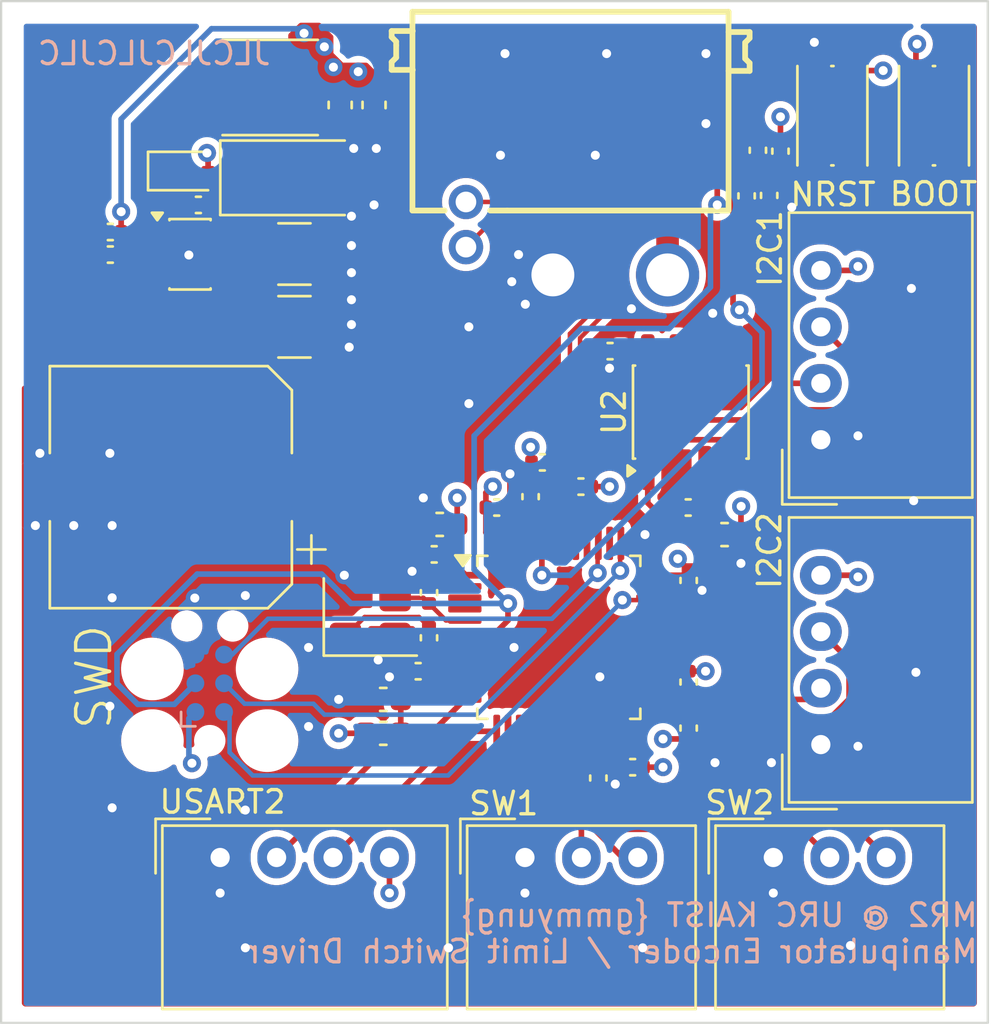
<source format=kicad_pcb>
(kicad_pcb (version 20241229) (generator "pcbnew") (generator_version "9.0")
  (layers (0 "F.Cu" signal) (4 "In1.Cu" signal) (6 "In2.Cu" signal) (2 "B.Cu" signal) (13 "F.Paste" user) (15 "B.Paste" user) (5 "F.SilkS" user "F.Silkscreen") (7 "B.SilkS" user "B.Silkscreen") (1 "F.Mask" user) (3 "B.Mask" user) (25 "Edge.Cuts" user))
  (net 0 "")
  (net 1 "VBUS")
  (net 2 "GND")
  (net 3 "+3V3")
  (net 4 "Net-(D1-K)")
  (net 5 "Net-(C20-Pad2)")
  (net 6 "VDDA")
  (net 7 "NRST")
  (net 8 "BOOT0")
  (net 9 "OSC_OUT")
  (net 10 "OSC_IN")
  (net 11 "USART2_TX")
  (net 12 "USART2_RX")
  (net 13 "I2C1_SCL")
  (net 14 "I2C1_SDA")
  (net 15 "SWCLK")
  (net 16 "SWDIO")
  (net 17 "SWO")
  (net 18 "I2C2_SCL")
  (net 19 "I2C2_SDA")
  (net 20 "SW1_NC")
  (net 21 "SW1_NO")
  (net 22 "SW2_NO")
  (net 23 "SW2_NC")
  (net 24 "Net-(C21-Pad2)")
  (net 25 "Net-(U1-V_{FB})")
  (net 26 "Net-(U2-Rs)")
  (net 37 "FDCAN1_RX")
  (net 44 "FDCAN1_TX")
  (net 49 "CAN+")
  (net 50 "CAN-")
  (net 51 "/<NO NET>")
  (footprint "Capacitor_SMD:C_0402_1005Metric" (layer "F.Cu") (at 154.43345 114.570779 -90)
    (property "Reference" "R4" (hide yes))
    (property "Value" "2k2" (hide yes))
  )
  (footprint "Capacitor_SMD:C_0402_1005Metric" (layer "F.Cu") (at 142.45345 112.050779 180)
    (property "Reference" "C6" (hide yes))
    (property "Value" "100n" (hide yes))
  )
  (footprint "Capacitor_SMD:C_0402_1005Metric" (layer "F.Cu") (at 145.93345 104.800779 180)
    (property "Reference" "C13" (hide yes))
    (property "Value" "100n" (hide yes))
  )
  (footprint "Capacitor_SMD:C_0402_1005Metric" (layer "F.Cu") (at 128.82 93.6)
    (property "Reference" "R2" (hide yes))
    (property "Value" "10k" (hide yes))
  )
  (footprint "Capacitor_SMD:C_0402_1005Metric" (layer "F.Cu") (at 154.43345 108.030779 90)
    (property "Reference" "C12" (hide yes))
    (property "Value" "100n" (hide yes))
  )
  (footprint "Capacitor_SMD:C_0402_1005Metric" (layer "F.Cu") (at 157 91 90)
    (property "Reference" "C15" (hide yes))
    (property "Value" "100n" (hide yes))
  )
  (footprint "Capacitor_SMD:C_0603_1608Metric" (layer "F.Cu") (at 140.90845 113.300779 180)
    (property "Reference" "C5" (hide yes))
    (property "Value" "1u" (hide yes))
  )
  (footprint "Crystal:Crystal_SMD_3225-4Pin_3.2x2.5mm" (layer "F.Cu") (at 140.33345 109.650779)
    (property "Reference" "Y1" (hide yes))
    (property "Value" "X322516MLB4SI" (hide yes))
  )
  (footprint "Connector_Molex:Molex_SPOX_5268-04A_1x04_P2.50mm_Horizontal" (layer "F.Cu") (at 160.28845 101.800779 90)
    (property "Reference" "J3" (hide yes))
    (property "Value" "I2C1")
  )
  (footprint "Capacitor_SMD:C_1210_3225Metric" (layer "F.Cu") (at 136.975 96.8 180)
    (property "Reference" "C3" (hide yes))
    (property "Value" "10u" (hide yes))
  )
  (footprint "Connector_Molex:Molex_SPOX_5268-04A_1x04_P2.50mm_Horizontal" (layer "F.Cu") (at 160.28845 115.300779 90)
    (property "Reference" "J4" (hide yes))
    (property "Value" "I2C2")
  )
  (footprint "Capacitor_SMD:C_0402_1005Metric" (layer "F.Cu") (at 151.95345 116.300779)
    (property "Reference" "C11" (hide yes))
    (property "Value" "100n" (hide yes))
  )
  (footprint "Capacitor_SMD:C_1210_3225Metric" (layer "F.Cu") (at 136.975 93.575 180)
    (property "Reference" "C2" (hide yes))
    (property "Value" "10u" (hide yes))
  )
  (footprint "Capacitor_SMD:C_0402_1005Metric" (layer "F.Cu") (at 143.16345 106.875779)
    (property "Reference" "C10" (hide yes))
    (property "Value" "100n" (hide yes))
  )
  (footprint "Capacitor_SMD:CP_Elec_10x12.5" (layer "F.Cu") (at 131.5 103.9 180)
    (property "Reference" "C1" (hide yes))
    (property "Value" "100u" (hide yes))
  )
  (footprint "Capacitor_SMD:C_0402_1005Metric" (layer "F.Cu") (at 149.66345 103.875779)
    (property "Reference" "R3" (hide yes))
    (property "Value" "2k2" (hide yes))
  )
  (footprint "Button_Switch_SMD:SW_Push_1P1T_NO_CK_KMR2" (layer "F.Cu") (at 160.8 87.45 90)
    (property "Reference" "SW1" (hide yes))
    (property "Value" "NRST")
  )
  (footprint "Button_Switch_SMD:SW_Push_1P1T_NO_CK_KMR2" (layer "F.Cu") (at 165.3 87.45 90)
    (property "Reference" "SW2" (hide yes))
    (property "Value" "BOOT0")
  )
  (footprint "Capacitor_SMD:C_0603_1608Metric" (layer "F.Cu") (at 140.90845 114.800779 180)
    (property "Reference" "FB1" (hide yes))
    (property "Value" "600Ω @ 100MHz" (hide yes))
  )
  (footprint "Inductor_SMD:L_Changjiang_FNR4020S" (layer "F.Cu") (at 135.9 86.2)
    (property "Reference" "L1" (hide yes))
    (property "Value" "15u" (hide yes))
  )
  (footprint "Capacitor_SMD:C_0402_1005Metric" (layer "F.Cu") (at 150.95345 97.875779 180)
    (property "Reference" "R9" (hide yes))
    (property "Value" "10k" (hide yes))
  )
  (footprint "Capacitor_SMD:C_0402_1005Metric" (layer "F.Cu") (at 158 90.98 -90)
    (property "Reference" "R8" (hide yes))
    (property "Value" "10k" (hide yes))
  )
  (footprint "Package_SO:SOIC-8_3.9x4.9mm_P1.27mm" (layer "F.Cu") (at 154.52845 100.575779 90)
    (property "Reference" "U2")
    (property "Value" "SN65HVD230" (hide yes))
  )
  (footprint "Package_TO_SOT_SMD:SOT-23-6" (layer "F.Cu") (at 132.35 93.5875)
    (property "Reference" "U1" (hide yes))
    (property "Value" "MCP16331x-xCH" (hide yes))
  )
  (footprint "Capacitor_SMD:C_0603_1608Metric" (layer "F.Cu") (at 140.5 86.975 -90)
    (property "Reference" "C7" (hide yes))
    (property "Value" "10u" (hide yes))
  )
  (footprint "Capacitor_SMD:C_0603_1608Metric" (layer "F.Cu") (at 139 86.975 -90)
    (property "Reference" "C8" (hide yes))
    (property "Value" "10u" (hide yes))
  )
  (footprint "Capacitor_SMD:C_0402_1005Metric" (layer "F.Cu") (at 158.5 89.02 90)
    (property "Reference" "R7" (hide yes))
    (property "Value" "10k" (hide yes))
  )
  (footprint "Capacitor_SMD:C_0402_1005Metric" (layer "F.Cu") (at 142.93345 108.570779 90)
    (property "Reference" "C19" (hide yes))
    (property "Value" "10p" (hide yes))
  )
  (footprint "Capacitor_SMD:C_0402_1005Metric" (layer "F.Cu") (at 147.95345 102.800779)
    (property "Reference" "R5" (hide yes))
    (property "Value" "2k2" (hide yes))
  )
  (footprint "Diode_SMD:D_SOD-323" (layer "F.Cu") (at 132.1 89.9)
    (property "Reference" "D1" (hide yes))
    (property "Value" "1N4148" (hide yes))
  )
  (footprint "Connector_Molex:Molex_SPOX_5268-03A_1x03_P2.50mm_Horizontal" (layer "F.Cu") (at 158.18345 120.300779)
    (property "Reference" "J6" (hide yes))
    (property "Value" "SW2")
  )
  (footprint "Capacitor_SMD:C_0402_1005Metric" (layer "F.Cu") (at 132.72 91.4)
    (property "Reference" "C4" (hide yes))
    (property "Value" "100n" (hide yes))
  )
  (footprint "Diode_SMD:D_SMA" (layer "F.Cu") (at 137.2 90.2)
    (property "Reference" "D2" (hide yes))
    (property "Value" "B1100" (hide yes))
  )
  (footprint "Capacitor_SMD:C_0603_1608Metric" (layer "F.Cu") (at 156.025 106)
    (property "Reference" "C16" (hide yes))
    (property "Value" "1u" (hide yes))
  )
  (footprint "Capacitor_SMD:C_0402_1005Metric" (layer "F.Cu") (at 142.93345 110.570779 -90)
    (property "Reference" "C18" (hide yes))
    (property "Value" "10p" (hide yes))
  )
  (footprint "Capacitor_SMD:C_0402_1005Metric" (layer "F.Cu") (at 157.5 88.98 -90)
    (property "Reference" "C14" (hide yes))
    (property "Value" "100n" (hide yes))
  )
  (footprint "XT30PW(2+2)-M.G.B:CONN-TH_4P-XT30PW-M" (layer "F.Cu") (at 149.035 92.885 180)
    (property "Reference" "U4" (hide yes))
    (property "Value" "XT30PW(2+2)-M.G.B" (hide yes))
  )
  (footprint "Capacitor_SMD:C_0603_1608Metric" (layer "F.Cu") (at 143.40845 105.550779)
    (property "Reference" "C9" (hide yes))
    (property "Value" "1u" (hide yes))
  )
  (footprint "Capacitor_SMD:C_0402_1005Metric" (layer "F.Cu") (at 154.43345 112.530779 -90)
    (property "Reference" "R6" (hide yes))
    (property "Value" "2k2" (hide yes))
  )
  (footprint "Package_QFP:LQFP-48_7x7mm_P0.5mm" (layer "F.Cu") (at 148.68345 110.550779)
    (property "Reference" "U3" (hide yes))
    (property "Value" "STM32H523CETx" (hide yes))
  )
  (footprint "Capacitor_SMD:C_0402_1005Metric" (layer "F.Cu") (at 150.43345 116.780779 90)
    (property "Reference" "C20" (hide yes))
    (property "Value" "2u2" (hide yes))
  )
  (footprint "Connector_Molex:Molex_SPOX_5268-03A_1x03_P2.50mm_Horizontal" (layer "F.Cu") (at 147.18345 120.300779)
    (property "Reference" "J5" (hide yes))
    (property "Value" "SW1")
  )
  (footprint "Capacitor_SMD:C_0402_1005Metric" (layer "F.Cu") (at 128.82 92.6 180)
    (property "Reference" "R1" (hide yes))
    (property "Value" "31k2" (hide yes))
  )
  (footprint "Capacitor_SMD:C_0402_1005Metric" (layer "F.Cu") (at 147.43345 104.320779 -90)
    (property "Reference" "C21" (hide yes))
    (property "Value" "2u2" (hide yes))
  )
  (footprint "Capacitor_SMD:C_0402_1005Metric" (layer "F.Cu") (at 154.41345 104.800779 180)
    (property "Reference" "C17" (hide yes))
    (property "Value" "100n" (hide yes))
  )
  (footprint "Connector_Molex:Molex_SPOX_5268-04A_1x04_P2.50mm_Horizontal" (layer "F.Cu") (at 133.68345 120.300779)
    (property "Reference" "J2" (hide yes))
    (property "Value" "USART2")
  )
  (footprint "Connector:Tag-Connect_TC2030-IDC-FP_2x03_P1.27mm_Vertical" (layer "B.Cu") (at 133.22345 112.585779 90)
    (property "Reference" "J1" (hide yes))
    (property "Value" "SWD" (hide yes))
  )
  (gr_rect (start 123.983448 82.375779) (end 167.68345 127.625779) (stroke (width 0.1)) (fill no) (layer "Edge.Cuts"))
  (gr_text "SWD" (at 128.975 114.725 90) (layer "F.SilkS") (effects (font (size 1.5 1.5)) (justify left bottom)))
  (gr_text "SW2" (at 155.075 118.460598 0) (layer "F.SilkS") (effects (font (size 1 1)) (justify left bottom)))
  (gr_text "NRST" (at 158.85 91.525 0) (layer "F.SilkS") (effects (font (size 1 1)) (justify left bottom)))
  (gr_text "I2C1" (at 158.625 95.125 90) (layer "F.SilkS") (effects (font (size 1 1)) (justify left bottom)))
  (gr_text "SW1" (at 144.621176 118.494451 0) (layer "F.SilkS") (effects (font (size 1 1)) (justify left bottom)))
  (gr_text "I2C2" (at 158.6 108.5 90) (layer "F.SilkS") (effects (font (size 1 1)) (justify left bottom)))
  (gr_text "USART2" (at 130.904176 118.422065 0) (layer "F.SilkS") (effects (font (size 1 1)) (justify left bottom)))
  (gr_text "BOOT" (at 163.25 91.5 0) (layer "F.SilkS") (effects (font (size 1 1)) (justify left bottom)))
  (gr_text "JLCJLCJLCJLC" (at 136 85.275 -0) (layer "B.SilkS") (effects (font (size 1 1)) (justify left bottom mirror)))
  (gr_text "MR2 @ URC KAIST {gmmyung}\nManipulator Encoder / Limit Switch Driver" (at 167.325 125.05 0) (layer "B.SilkS") (effects (font (size 1 1)) (justify left bottom mirror)))
  (segment (start 153.5 89.9) (end 150.3 86.7) (width 1) (layer "F.Cu") (net 1))
  (segment (start 139 103.9) (end 135.7 103.9) (width 1) (layer "F.Cu") (net 1))
  (segment (start 150.3 86.7) (end 144 86.7) (width 1) (layer "F.Cu") (net 1))
  (segment (start 144 86.7) (end 142.1 88.6) (width 1) (layer "F.Cu") (net 1))
  (segment (start 133.4875 93.5875) (end 135.4875 93.5875) (width 0.5) (layer "F.Cu") (net 1))
  (segment (start 153.5 94.5) (end 153.5 89.9) (width 1) (layer "F.Cu") (net 1))
  (segment (start 135.4875 93.5875) (end 135.5 93.575) (width 0.5) (layer "F.Cu") (net 1))
  (segment (start 142.1 100.8) (end 139 103.9) (width 1) (layer "F.Cu") (net 1))
  (segment (start 142.1 88.6) (end 142.1 100.8) (width 1) (layer "F.Cu") (net 1))
  (segment (start 156.407671 107.275) (end 156.75 107.275) (width 0.25) (layer "F.Cu") (net 2))
  (segment (start 142.68345 106.875779) (end 142.68345 105.600779) (width 0.25) (layer "F.Cu") (net 2))
  (segment (start 161.75845 101.800779) (end 161.93345 101.625779) (width 0.25) (layer "F.Cu") (net 2))
  (segment (start 139.23345 107.850779) (end 139.18345 107.800779) (width 0.5) (layer "F.Cu") (net 2))
  (segment (start 150.47345 97.875779) (end 150.47345 98.177547) (width 0.25) (layer "F.Cu") (net 2))
  (segment (start 142.72345 111.300779) (end 144.52095 111.300779) (width 0.2) (layer "F.Cu") (net 2))
  (segment (start 150.93345 115.760779) (end 150.93345 114.713279) (width 0.25) (layer "F.Cu") (net 2))
  (segment (start 154.22345 108.300779) (end 154.43345 108.510779) (width 0.25) (layer "F.Cu") (net 2))
  (segment (start 146.41345 104.800779) (end 146.41345 106.368279) (width 0.25) (layer "F.Cu") (net 2))
  (segment (start 150.97345 117.260779) (end 151.18345 117.050779) (width 0.25) (layer "F.Cu") (net 2))
  (segment (start 160 84.2) (end 160 85.4) (width 0.25) (layer "F.Cu") (net 2))
  (segment (start 142.63345 104.425779) (end 142.68345 104.375779) (width 0.25) (layer "F.Cu") (net 2))
  (segment (start 158.18345 120.300779) (end 158.18345 121.875779) (width 0.25) (layer "F.Cu") (net 2))
  (segment (start 150.43345 117.260779) (end 150.97345 117.260779) (width 0.25) (layer "F.Cu") (net 2))
  (segment (start 151.18345 116.590779) (end 151.47345 116.300779) (width 0.25) (layer "F.Cu") (net 2))
  (segment (start 142.68345 105.600779) (end 142.63345 105.550779) (width 0.25) (layer "F.Cu") (net 2))
  (segment (start 151.18345 117.050779) (end 151.18345 116.590779) (width 0.25) (layer "F.Cu") (net 2))
  (segment (start 154.840534 108.468695) (end 154.79845 108.510779) (width 0.25) (layer "F.Cu") (net 2))
  (segment (start 158.98 91.48) (end 159 91.5) (width 0.2) (layer "F.Cu") (net 2))
  (segment (start 154.79845 108.510779) (end 154.43345 108.510779) (width 0.25) (layer "F.Cu") (net 2))
  (segment (start 129.3125 93.5875) (end 129.3 93.6) (width 0.25) (layer "F.Cu") (net 2))
  (segment (start 141.97345 112.050779) (end 142.72345 111.300779) (width 0.2) (layer "F.Cu") (net 2))
  (segment (start 146.521832 104.692397) (end 146.521832 103.310311) (width 0.25) (layer "F.Cu") (net 2))
  (segment (start 146.41345 106.368279) (end 146.43345 106.388279) (width 0.25) (layer "F.Cu") (net 2))
  (segment (start 150.47345 98.177547) (end 150.928831 98.632928) (width 0.25) (layer "F.Cu") (net 2))
  (segment (start 142.64845 108.090779) (end 142.18345 107.625779) (width 0.25) (layer "F.Cu") (net 2))
  (segment (start 153.93345 103.090779) (end 153.89345 103.050779) (width 0.25) (layer "F.Cu") (net 2))
  (segment (start 141.43345 110.800779) (end 141.43345 110.500779) (width 0.5) (layer "F.Cu") (net 2))
  (segment (start 161.85845 115.300779) (end 161.93345 115.375779) (width 0.25) (layer "F.Cu") (net 2))
  (segment (start 147.18345 120.300779) (end 147.18345 121.875779) (width 0.25) (layer "F.Cu") (net 2))
  (segment (start 147.0523 103.840779) (end 146.521832 103.310311) (width 0.25) (layer "F.Cu") (net 2))
  (segment (start 151.47345 116.300779) (end 150.93345 115.760779) (width 0.25) (layer "F.Cu") (net 2))
  (segment (start 139.23345 108.800779) (end 139.23345 107.850779) (width 0.5) (layer "F.Cu") (net 2))
  (segment (start 160.28845 101.800779) (end 161.75845 101.800779) (width 0.25) (layer "F.Cu") (net 2))
  (segment (start 146.41345 104.800779) (end 146.521832 104.692397) (width 0.25) (layer "F.Cu") (net 2))
  (segment (start 157 91.48) (end 158.98 91.48) (width 0.2) (layer "F.Cu") (net 2))
  (segment (start 153.93345 104.800779) (end 156.407671 107.275) (width 0.25) (layer "F.Cu") (net 2))
  (segment (start 132.266569 93.5875) (end 132.298 93.618931) (width 0.25) (layer "F.Cu") (net 2))
  (segment (start 152.84595 108.300779) (end 154.22345 108.300779) (width 0.25) (layer "F.Cu") (net 2))
  (segment (start 141.43345 112.050779) (end 141.18345 112.300779) (width 0.2) (layer "F.Cu") (net 2))
  (segment (start 153.93345 104.800779) (end 153.93345 103.090779) (width 0.25) (layer "F.Cu") (net 2))
  (segment (start 147.43345 103.840779) (end 147.0523 103.840779) (width 0.25) (layer "F.Cu") (net 2))
  (segment (start 160 85.4) (end 160 89.5) (width 0.25) (layer "F.Cu") (net 2))
  (segment (start 142.63345 105.550779) (end 142.63345 104.425779) (width 0.25) (layer "F.Cu") (net 2))
  (segment (start 140.13345 113.300779) (end 138.93345 113.300779) (width 0.25) (layer "F.Cu") (net 2))
  (segment (start 142.93345 108.090779) (end 142.64845 108.090779) (width 0.25) (layer "F.Cu") (net 2))
  (segment (start 140.68345 111.550779) (end 141.43345 110.800779) (width 0.5) (layer "F.Cu") (net 2))
  (segment (start 131.2125 93.5875) (end 132.266569 93.5875) (width 0.25) (layer "F.Cu") (net 2))
  (segment (start 160.28845 115.300779) (end 161.85845 115.300779) (width 0.25) (layer "F.Cu") (net 2))
  (segment (start 131.2125 93.5875) (end 129.3125 93.5875) (width 0.25) (layer "F.Cu") (net 2))
  (segment (start 141.97345 112.050779) (end 141.43345 112.050779) (width 0.2) (layer "F.Cu") (net 2))
  (segment (start 133.68345 120.300779) (end 133.68345 121.875779) (width 0.25) (layer "F.Cu") (net 2))
  (segment (start 155.026366 108.468695) (end 154.840534 108.468695) (width 0.25) (layer "F.Cu") (net 2))
  (via (at 132.561058 108.811058) (size 0.8) (drill 0.4) (layers "F.Cu" "B.Cu") (net 2))
  (via (at 139.18345 107.800779) (size 0.8) (drill 0.4) (layers "F.Cu" "B.Cu") (net 2))
  (via (at 142.68345 104.375779) (size 0.8) (drill 0.4) (layers "F.Cu" "B.Cu") (net 2))
  (via (at 161.93345 115.375779) (size 0.8) (drill 0.4) (layers "F.Cu" "B.Cu") (net 2))
  (via (at 139.4 97.7) (size 0.8) (drill 0.4) (layers "F.Cu" "B.Cu") (net 2))
  (via (at 146.9 93.6) (size 0.8) (drill 0.4) (layers "F.Cu" "B.Cu") (net 2))
  (via (at 138.93345 113.300779) (size 0.8) (drill 0.4) (layers "F.Cu" "B.Cu") (net 2))
  (via (at 139.6 88.9) (size 0.8) (drill 0.4) (layers "F.Cu" "B.Cu") (net 2))
  (via (at 139.5 94.4) (size 0.8) (drill 0.4) (layers "F.Cu" "B.Cu") (net 2))
  (via (at 137.6 111) (size 0.8) (drill 0.4) (layers "F.Cu" "B.Cu") (net 2))
  (via (at 132.298 93.618931) (size 0.8) (drill 0.4) (layers "F.Cu" "B.Cu") (net 2))
  (via (at 139.5 96.7) (size 0.8) (drill 0.4) (layers "F.Cu" "B.Cu") (net 2))
  (via (at 151.9 96) (size 0.8) (drill 0.4) (layers "F.Cu" "B.Cu") (net 2))
  (via (at 160 84.2) (size 0.8) (drill 0.4) (layers "F.Cu" "B.Cu") (net 2))
  (via (at 155.6 116.1) (size 0.8) (drill 0.4) (layers "F.Cu" "B.Cu") (net 2))
  (via (at 164.4 104.5) (size 0.8) (drill 0.4) (layers "F.Cu" "B.Cu") (net 2))
  (via (at 150.5 112.3) (size 0.8) (drill 0.4) (layers "F.Cu" "B.Cu") (net 2))
  (via (at 150.928831 98.632928) (size 0.8) (drill 0.4) (layers "F.Cu" "B.Cu") (net 2))
  (via (at 140.5 91.4) (size 0.8) (drill 0.4) (layers "F.Cu" "B.Cu") (net 2))
  (via (at 146.1 89.2) (size 0.8) (drill 0.4) (layers "F.Cu" "B.Cu") (net 2))
  (via (at 127.2 105.6) (size 0.8) (drill 0.4) (layers "F.Cu" "B.Cu") (net 2))
  (via (at 155.2 87.8) (size 0.8) (drill 0.4) (layers "F.Cu" "B.Cu") (net 2))
  (via (at 144.7 100.2) (size 0.8) (drill 0.4) (layers "F.Cu" "B.Cu") (net 2))
  (via (at 125.7 102.4) (size 0.8) (drill 0.4) (layers "F.Cu" "B.Cu") (net 2))
  (via (at 147.18345 121.875779) (size 0.8) (drill 0.4) (layers "F.Cu" "B.Cu") (net 2))
  (via (at 156.75 107.275) (size 0.8) (drill 0.4) (layers "F.Cu" "B.Cu") (net 2))
  (via (at 140.68345 111.550779) (size 0.8) (drill 0.4) (layers "F.Cu" "B.Cu") (net 2))
  (via (at 133.68345 121.875779) (size 0.8) (drill 0.4) (layers "F.Cu" "B.Cu") (net 2))
  (via (at 158.1 116.1) (size 0.8) (drill 0.4) (layers "F.Cu" "B.Cu") (net 2))
  (via (at 147.2 95.8) (size 0.8) (drill 0.4) (layers "F.Cu" "B.Cu") (net 2))
  (via (at 139.5 93.2) (size 0.8) (drill 0.4) (layers "F.Cu" "B.Cu") (net 2))
  (via (at 158.18345 121.875779) (size 0.8) (drill 0.4) (layers "F.Cu" "B.Cu") (net 2))
  (via (at 144.7 96.8) (size 0.8) (drill 0.4) (layers "F.Cu" "B.Cu") (net 2))
  (via (at 125.5 105.6) (size 0.8) (drill 0.4) (layers "F.Cu" "B.Cu") (net 2))
  (via (at 128.9 105.6) (size 0.8) (drill 0.4) (layers "F.Cu" "B.Cu") (net 2))
  (via (at 161.93345 101.625779) (size 0.8) (drill 0.4) (layers "F.Cu" "B.Cu") (net 2))
  (via (at 164.3 95.1) (size 0.8) (drill 0.4) (layers "F.Cu" "B.Cu") (net 2))
  (via (at 150.3 89.2) (size 0.8) (drill 0.4) (layers "F.Cu" "B.Cu") (net 2))
  (via (at 146.6 94.8) (size 0.8) (drill 0.4) (layers "F.Cu" "B.Cu") (net 2))
  (via (at 155.2 84.7) (size 0.8) (drill 0.4) (layers "F.Cu" "B.Cu") (net 2))
  (via (at 146.7 111) (size 0.8) (drill 0.4) (layers "F.Cu" "B.Cu") (net 2))
  (via (at 152.4 124.3) (size 0.8) (drill 0.4) (layers "F.Cu" "B.Cu") (net 2))
  (via (at 146.3 84.7) (size 0.8) (drill 0.4) (layers "F.Cu" "B.Cu") (net 2))
  (via (at 143.8 124.3) (size 0.8) (drill 0.4) (layers "F.Cu" "B.Cu") (net 2))
  (via (at 151.18345 117.050779) (size 0.8) (drill 0.4) (layers "F.Cu" "B.Cu") (net 2))
  (via (at 134.8 118.2) (size 0.8) (drill 0.4) (layers "F.Cu" "B.Cu") (net 2))
  (via (at 137.6 114.5) (size 0.8) (drill 0.4) (layers "F.Cu" "B.Cu") (net 2))
  (via (at 159 91.5) (size 0.8) (drill 0.4) (layers "F.Cu" "B.Cu") (net 2))
  (via (at 146.521832 103.310311) (size 0.8) (drill 0.4) (layers "F.Cu" "B.Cu") (net 2))
  (via (at 142.18345 107.625779) (size 0.8) (drill 0.4) (layers "F.Cu" "B.Cu") (net 2))
  (via (at 128.9 108.8) (size 0.8) (drill 0.4) (layers "F.Cu" "B.Cu") (net 2))
  (via (at 155.5 96.2) (size 0.8) (drill 0.4) (layers "F.Cu" "B.Cu") (net 2))
  (via (at 134.8 108.7) (size 0.8) (drill 0.4) (layers "F.Cu" "B.Cu") (net 2))
  (via (at 150.8 84.7) (size 0.8) (drill 0.4) (layers "F.Cu" "B.Cu") (net 2))
  (via (at 134.8 124.3) (size 0.8) (drill 0.4) (layers "F.Cu" "B.Cu") (net 2))
  (via (at 155.026366 108.468695) (size 0.8) (drill 0.4) (layers "F.Cu" "B.Cu") (net 2))
  (via (at 139.5 91.9) (size 0.8) (drill 0.4) (layers "F.Cu" "B.Cu") (net 2))
  (via (at 141.18345 112.300779) (size 0.8) (drill 0.4) (layers "F.Cu" "B.Cu") (net 2))
  (via (at 161.6 124.2) (size 0.8) (drill 0.4) (layers "F.Cu" "B.Cu") (net 2))
  (via (at 128.9 118.1) (size 0.8) (drill 0.4) (layers "F.Cu" "B.Cu") (net 2))
  (via (at 128.8 102.4) (size 0.8) (drill 0.4) (layers "F.Cu" "B.Cu") (net 2))
  (via (at 152.5 106) (size 0.8) (drill 0.4) (layers "F.Cu" "B.Cu") (net 2))
  (via (at 140.6 88.9) (size 0.8) (drill 0.4) (layers "F.Cu" "B.Cu") (net 2))
  (via (at 164.5 112.1) (size 0.8) (drill 0.4) (layers "F.Cu" "B.Cu") (net 2))
  (via (at 128.8 113.6) (size 0.8) (drill 0.4) (layers "F.Cu" "B.Cu") (net 2))
  (via (at 139.5 95.6) (size 0.8) (drill 0.4) (layers "F.Cu" "B.Cu") (net 2))
  (segment (start 132.760279 108.811058) (end 133.18345 109.234229) (width 0.25) (layer "B.Cu") (net 2))
  (segment (start 132.561058 108.811058) (end 132.760279 108.811058) (width 0.25) (layer "B.Cu") (net 2))
  (segment (start 133.18345 109.234229) (end 133.18345 110.720779) (width 0.25) (layer "B.Cu") (net 2))
  (segment (start 132.58845 111.315779) (end 132.58845 111.220779) (width 0.25) (layer "B.Cu") (net 2))
  (segment (start 133.18345 110.720779) (end 132.58845 111.315779) (width 0.25) (layer "B.Cu") (net 2))
  (segment (start 141.18345 120.300779) (end 141.18345 121.875779) (width 0.25) (layer "F.Cu") (net 3))
  (segment (start 161.75845 94.300779) (end 161.93345 94.125779) (width 0.25) (layer "F.Cu") (net 3))
  (segment (start 144.52095 107.800779) (end 144.52095 107.753279) (width 0.25) (layer "F.Cu") (net 3))
  (segment (start 129.3 92.6) (end 129.3 91.7) (width 0.25) (layer "F.Cu") (net 3))
  (segment (start 164.5 84.325) (end 164.55 84.275) (width 0.25) (layer "F.Cu") (net 3))
  (segment (start 154.43345 115.050779) (end 153.3 115.050779) (width 0.25) (layer "F.Cu") (net 3))
  (segment (start 158.5 88.54) (end 158.5 87.5) (width 0.25) (layer "F.Cu") (net 3))
  (segment (start 145.75845 103.875779) (end 145.72345 103.875779) (width 0.25) (layer "F.Cu") (net 3))
  (segment (start 152.84595 107.800779) (end 154.18345 107.800779) (width 0.25) (layer "F.Cu") (net 3))
  (segment (start 154.18345 107.800779) (end 154.43345 107.550779) (width 0.25) (layer "F.Cu") (net 3))
  (segment (start 145.72345 103.875779) (end 145.45345 104.145779) (width 0.25) (layer "F.Cu") (net 3))
  (segment (start 154.89345 104.800779) (end 154.89345 103.320779) (width 0.25) (layer "F.Cu") (net 3))
  (segment (start 133.15 89.15) (end 133.1 89.1) (width 0.25) (layer "F.Cu") (net 3))
  (segment (start 150.14345 103.875779) (end 150.93345 103.875779) (width 0.25) (layer "F.Cu") (net 3))
  (segment (start 147.47345 102.800779) (end 147.47345 102.165779) (width 0.25) (layer "F.Cu") (net 3))
  (segment (start 147.47345 102.165779) (end 147.43345 102.125779) (width 0.25) (layer "F.Cu") (net 3))
  (segment (start 152.43345 116.300779) (end 153.299221 116.300779) (width 0.25) (layer "F.Cu") (net 3))
  (segment (start 151.43345 114.713279) (end 151.43345 115.300779) (width 0.25) (layer "F.Cu") (net 3))
  (segment (start 145.45345 104.145779) (end 145.45345 104.800779) (width 0.25) (layer "F.Cu") (net 3))
  (segment (start 164.5 89.5) (end 164.5 85.4) (width 0.25) (layer "F.Cu") (net 3))
  (segment (start 144.52095 107.753279) (end 143.64345 106.875779) (width 0.25) (layer "F.Cu") (net 3))
  (segment (start 158.46 88.5) (end 158.5 88.54) (width 0.25) (layer "F.Cu") (net 3))
  (segment (start 133.15 89.9) (end 133.15 89.15) (width 0.25) (layer "F.Cu") (net 3))
  (segment (start 154.43345 112.050779) (end 155.18345 112.050779) (width 0.25) (layer "F.Cu") (net 3))
  (segment (start 153.299221 116.300779) (end 153.3 116.3) (width 0.25) (layer "F.Cu") (net 3))
  (segment (start 140.13345 114.800779) (end 138.93345 114.800779) (width 0.25) (layer "F.Cu") (net 3))
  (segment (start 143.64345 106.875779) (end 143.64345 106.090779) (width 0.25) (layer "F.Cu") (net 3))
  (segment (start 145.45345 105.908279) (end 145.93345 106.388279) (width 0.25) (layer "F.Cu") (net 3))
  (segment (start 145.45345 104.800779) (end 145.45345 105.908279) (width 0.25) (layer "F.Cu") (net 3))
  (segment (start 154.89345 103.320779) (end 155.16345 103.050779) (width 0.25) (layer "F.Cu") (net 3))
  (segment (start 156.75 106) (end 156.75 104.75845) (width 0.25) (layer "F.Cu") (net 3))
  (segment (start 160.28845 94.300779) (end 161.75845 94.300779) (width 0.25) (layer "F.Cu") (net 3))
  (segment (start 156.75 104.75845) (end 156.75845 104.75) (width 0.25) (layer "F.Cu") (net 3))
  (segment (start 143.64345 106.090779) (end 144.18345 105.550779) (width 0.25) (layer "F.Cu") (net 3))
  (segment (start 151.43345 115.300779) (end 152.43345 116.300779) (width 0.25) (layer "F.Cu") (net 3))
  (segment (start 155.550779 104.800779) (end 154.89345 104.800779) (width 0.25) (layer "F.Cu") (net 3))
  (segment (start 154.43345 107.550779) (end 153.953473 107.070802) (width 0.25) (layer "F.Cu") (net 3))
  (segment (start 164.5 85.4) (end 164.5 84.325) (width 0.25) (layer "F.Cu") (net 3))
  (segment (start 144.18345 105.550779) (end 144.18345 104.375779) (width 0.25) (layer "F.Cu") (net 3))
  (segment (start 160.28845 107.800779) (end 161.85845 107.800779) (width 0.25) (layer "F.Cu") (net 3))
  (segment (start 156.75 106) (end 155.550779 104.800779) (width 0.25) (layer "F.Cu") (net 3))
  (segment (start 161.85845 107.800779) (end 161.93345 107.875779) (width 0.25) (layer "F.Cu") (net 3))
  (segment (start 157.5 88.5) (end 158.46 88.5) (width 0.25) (layer "F.Cu") (net 3))
  (via (at 141.18345 121.875779) (size 0.8) (drill 0.4) (layers "F.Cu" "B.Cu") (net 3))
  (via (at 156.75845 104.75) (size 0.8) (drill 0.4) (layers "F.Cu" "B.Cu") (net 3))
  (via (at 138.93345 114.800779) (size 0.8) (drill 0.4) (layers "F.Cu" "B.Cu") (net 3))
  (via (at 158.5 87.5) (size 0.8) (drill 0.4) (layers "F.Cu" "B.Cu") (net 3))
  (via (at 139.8 85.5) (size 0.8) (drill 0.4) (layers "F.Cu" "B.Cu") (net 3))
  (via (at 153.3 115.050779) (size 0.8) (drill 0.4) (layers "F.Cu" "B.Cu") (net 3))
  (via (at 161.93345 107.875779) (size 0.8) (drill 0.4) (layers "F.Cu" "B.Cu") (net 3))
  (via (at 153.3 116.3) (size 0.8) (drill 0.4) (layers "F.Cu" "B.Cu") (net 3))
  (via (at 147.43345 102.125779) (size 0.8) (drill 0.4) (layers "F.Cu" "B.Cu") (net 3))
  (via (at 133.1 89.1) (size 0.8) (drill 0.4) (layers "F.Cu" "B.Cu") (net 3))
  (via (at 161.93345 94.125779) (size 0.8) (drill 0.4) (layers "F.Cu" "B.Cu") (net 3))
  (via (at 138.7 85.3) (size 0.8) (drill 0.4) (layers "F.Cu" "B.Cu") (net 3))
  (via (at 164.55 84.275) (size 0.8) (drill 0.4) (layers "F.Cu" "B.Cu") (net 3))
  (via (at 153.953473 107.070802) (size 0.8) (drill 0.4) (layers "F.Cu" "B.Cu") (net 3))
  (via (at 150.93345 103.875779) (size 0.8) (drill 0.4) (layers "F.Cu" "B.Cu") (net 3))
  (via (at 138.3 84.4) (size 0.8) (drill 0.4) (layers "F.Cu" "B.Cu") (net 3))
  (via (at 145.75845 103.875779) (size 0.8) (drill 0.4) (layers "F.Cu" "B.Cu") (net 3))
  (via (at 155.18345 112.050779) (size 0.8) (drill 0.4) (layers "F.Cu" "B.Cu") (net 3))
  (via (at 129.3 91.7) (size 0.8) (drill 0.4) (layers "F.Cu" "B.Cu") (net 3))
  (via (at 132.43345 116.125779) (size 0.8) (drill 0.4) (layers "F.Cu" "B.Cu") (net 3))
  (via (at 144.18345 104.375779) (size 0.8) (drill 0.4) (layers "F.Cu" "B.Cu") (net 3))
  (via (at 137.4 83.8) (size 0.8) (drill 0.4) (layers "F.Cu" "B.Cu") (net 3))
  (segment (start 137.4 83.8) (end 137.2 83.6) (width 0.25) (layer "B.Cu") (net 3))
  (segment (start 133.3 83.6) (end 129.3 87.6) (width 0.25) (layer "B.Cu") (net 3))
  (segment (start 129.3 87.6) (end 129.3 91.7) (width 0.25) (layer "B.Cu") (net 3))
  (segment (start 132.3 115.992329) (end 132.43345 116.125779) (width 0.25) (layer "B.Cu") (net 3))
  (segment (start 132.3 114.144229) (end 132.3 115.992329) (width 0.25) (layer "B.Cu") (net 3))
  (segment (start 137.2 83.6) (end 133.3 83.6) (width 0.25) (layer "B.Cu") (net 3))
  (segment (start 132.58845 113.855779) (end 132.3 114.144229) (width 0.25) (layer "B.Cu") (net 3))
  (segment (start 132.24 91.61) (end 131.2125 92.6375) (width 0.25) (layer "F.Cu") (net 4))
  (segment (start 131.05 90.21) (end 132.24 91.4) (width 0.25) (layer "F.Cu") (net 4))
  (segment (start 131.05 89.9) (end 131.05 90.21) (width 0.25) (layer "F.Cu") (net 4))
  (segment (start 132.24 91.4) (end 132.24 91.61) (width 0.25) (layer "F.Cu") (net 4))
  (segment (start 150.43345 114.713279) (end 150.43345 116.300779) (width 0.25) (layer "F.Cu") (net 5))
  (segment (start 141.68345 113.300779) (end 142.93345 112.050779) (width 0.25) (layer "F.Cu") (net 6))
  (segment (start 142.93345 112.050779) (end 143.18345 111.800779) (width 0.25) (layer "F.Cu") (net 6))
  (segment (start 141.68345 114.800779) (end 141.68345 113.300779) (width 0.25) (layer "F.Cu") (net 6))
  (segment (start 143.18345 111.800779) (end 144.52095 111.800779) (width 0.25) (layer "F.Cu") (net 6))
  (segment (start 146.43345 109.050779) (end 146.43345 109.800779) (width 0.25) (layer "F.Cu") (net 7))
  (segment (start 160.85 90.25) (end 161.6 89.5) (width 0.25) (layer "F.Cu") (net 7))
  (segment (start 161.6 85.4) (end 161.6 89.5) (width 0.25) (layer "F.Cu") (net 7))
  (segment (start 162 85.4) (end 161.6 85.4) (width 0.25) (layer "F.Cu") (net 7))
  (segment (start 159.25 90.25) (end 160.85 90.25) (width 0.25) (layer "F.Cu") (net 7))
  (segment (start 163.05 85.45) (end 162.05 85.45) (width 0.25) (layer "F.Cu") (net 7))
  (segment (start 145.43345 110.800779) (end 144.52095 110.800779) (width 0.25) (layer "F.Cu") (net 7))
  (segment (start 156.5 89.5) (end 155.7 90.3) (width 0.25) (layer "F.Cu") (net 7))
  (segment (start 158.5 89.5) (end 159.25 90.25) (width 0.25) (layer "F.Cu") (net 7))
  (segment (start 161.6 85.4) (end 161.6 85.15) (width 0.25) (layer "F.Cu") (net 7))
  (segment (start 158.5 89.5) (end 156.5 89.5) (width 0.25) (layer "F.Cu") (net 7))
  (segment (start 155.7 90.3) (end 155.7 91.4) (width 0.25) (layer "F.Cu") (net 7))
  (segment (start 146.43345 109.800779) (end 145.43345 110.800779) (width 0.25) (layer "F.Cu") (net 7))
  (segment (start 162.05 85.45) (end 162 85.4) (width 0.25) (layer "F.Cu") (net 7))
  (via (at 155.7 91.4) (size 0.8) (drill 0.4) (layers "F.Cu" "B.Cu") (net 7))
  (via (at 146.43345 109.050779) (size 0.8) (drill 0.4) (layers "F.Cu" "B.Cu") (net 7))
  (via (at 163.05 85.45) (size 0.8) (drill 0.4) (layers "F.Cu" "B.Cu") (net 7))
  (segment (start 138.176662 107.75) (end 132.66752 107.75) (width 0.25) (layer "B.Cu") (net 7))
  (segment (start 144.93345 107.550779) (end 146.43345 109.050779) (width 0.25) (layer "B.Cu") (net 7))
  (segment (start 155.4 95.040933) (end 155.4 92.7) (width 0.25) (layer "B.Cu") (net 7))
  (segment (start 152.43345 96.875779) (end 149.68345 96.875779) (width 0.25) (layer "B.Cu") (net 7))
  (segment (start 155.4 92.7) (end 155.4 91.7) (width 0.25) (layer "B.Cu") (net 7))
  (segment (start 153.565154 96.875779) (end 155.4 95.040933) (width 0.25) (layer "B.Cu") (net 7))
  (segment (start 130.034191 113.518229) (end 131.656 113.518229) (width 0.25) (layer "B.Cu") (net 7))
  (segment (start 129.116 111.30152) (end 129.116 112.600038) (width 0.25) (layer "B.Cu") (net 7))
  (segment (start 132.66752 107.75) (end 129.116 111.30152) (width 0.25) (layer "B.Cu") (net 7))
  (segment (start 155.4 91.7) (end 155.7 91.4) (width 0.25) (layer "B.Cu") (net 7))
  (segment (start 129.116 112.600038) (end 130.034191 113.518229) (width 0.25) (layer "B.Cu") (net 7))
  (segment (start 149.68345 96.875779) (end 144.93345 101.625779) (width 0.25) (layer "B.Cu") (net 7))
  (segment (start 152.43345 96.875779) (end 153.565154 96.875779) (width 0.25) (layer "B.Cu") (net 7))
  (segment (start 146.43345 109.050779) (end 145.75845 108.375779) (width 0.25) (layer "B.Cu") (net 7))
  (segment (start 131.656 113.518229) (end 132.58845 112.585779) (width 0.25) (layer "B.Cu") (net 7))
  (segment (start 139.477441 109.050779) (end 138.176662 107.75) (width 0.25) (layer "B.Cu") (net 7))
  (segment (start 146.43345 109.050779) (end 139.477441 109.050779) (width 0.25) (layer "B.Cu") (net 7))
  (segment (start 144.93345 101.625779) (end 144.93345 107.550779) (width 0.25) (layer "B.Cu") (net 7))
  (segment (start 158 90.5) (end 158.75 90.5) (width 0.25) (layer "F.Cu") (net 8))
  (segment (start 158 90.5) (end 158.091 90.591) (width 0.25) (layer "F.Cu") (net 8))
  (segment (start 156.4 95.767329) (end 156.4 90.780771) (width 0.25) (layer "F.Cu") (net 8))
  (segment (start 147.93345 106.388279) (end 147.93345 107.800779) (width 0.25) (layer "F.Cu") (net 8))
  (segment (start 157 90.52) (end 157.98 90.52) (width 0.25) (layer "F.Cu") (net 8))
  (segment (start 158.75 90.5) (end 159 90.75) (width 0.25) (layer "F.Cu") (net 8))
  (segment (start 157.98 90.52) (end 158 90.5) (width 0.25) (layer "F.Cu") (net 8))
  (segment (start 164.85 90.75) (end 166.1 89.5) (width 0.25) (layer "F.Cu") (net 8))
  (segment (start 159 90.75) (end 164.85 90.75) (width 0.25) (layer "F.Cu") (net 8))
  (segment (start 156.68345 96.050779) (end 156.4 95.767329) (width 0.25) (layer "F.Cu") (net 8))
  (segment (start 156.660771 90.52) (end 157 90.52) (width 0.25) (layer "F.Cu") (net 8))
  (segment (start 156.4 90.780771) (end 156.660771 90.52) (width 0.25) (layer "F.Cu") (net 8))
  (segment (start 166.1 89.5) (end 166.1 85.4) (width 0.25) (layer "F.Cu") (net 8))
  (via (at 147.93345 107.800779) (size 0.8) (drill 0.4) (layers "F.Cu" "B.Cu") (net 8))
  (via (at 156.68345 96.050779) (size 0.8) (drill 0.4) (layers "F.Cu" "B.Cu") (net 8))
  (segment (start 157.68345 99.300779) (end 149.18345 107.800779) (width 0.25) (layer "B.Cu") (net 8))
  (segment (start 157.68345 97.050779) (end 157.68345 99.300779) (width 0.25) (layer "B.Cu") (net 8))
  (segment (start 149.18345 107.800779) (end 147.93345 107.800779) (width 0.25) (layer "B.Cu") (net 8))
  (segment (start 156.68345 96.050779) (end 157.68345 97.050779) (width 0.25) (layer "B.Cu") (net 8))
  (segment (start 140.08345 109.650779) (end 142.49345 109.650779) (width 0.2) (layer "F.Cu") (net 9))
  (segment (start 139.23345 110.500779) (end 140.08345 109.650779) (width 0.2) (layer "F.Cu") (net 9))
  (segment (start 142.49345 109.650779) (end 142.93345 110.090779) (width 0.2) (layer "F.Cu") (net 9))
  (segment (start 142.93345 110.090779) (end 143.14345 110.300779) (width 0.2) (layer "F.Cu") (net 9))
  (segment (start 143.14345 110.300779) (end 144.52095 110.300779) (width 0.2) (layer "F.Cu") (net 9))
  (segment (start 141.43345 108.800779) (end 142.68345 108.800779) (width 0.2) (layer "F.Cu") (net 10))
  (segment (start 142.68345 108.800779) (end 142.93345 109.050779) (width 0.2) (layer "F.Cu") (net 10))
  (segment (start 142.93345 109.050779) (end 143.68345 109.800779) (width 0.2) (layer "F.Cu") (net 10))
  (segment (start 143.68345 109.800779) (end 144.52095 109.800779) (width 0.2) (layer "F.Cu") (net 10))
  (segment (start 140.93345 115.550779) (end 136.18345 120.300779) (width 0.25) (layer "F.Cu") (net 11))
  (segment (start 142.27095 115.550779) (end 140.93345 115.550779) (width 0.25) (layer "F.Cu") (net 11))
  (segment (start 144.52095 113.300779) (end 142.27095 115.550779) (width 0.25) (layer "F.Cu") (net 11))
  (segment (start 144.27095 114.713279) (end 145.93345 114.713279) (width 0.25) (layer "F.Cu") (net 12))
  (segment (start 138.68345 120.300779) (end 144.27095 114.713279) (width 0.25) (layer "F.Cu") (net 12))
  (segment (start 157.681467 101.800779) (end 159.005467 100.476779) (width 0.25) (layer "F.Cu") (net 13))
  (segment (start 159.005467 100.476779) (end 161.323221 100.476779) (width 0.25) (layer "F.Cu") (net 13))
  (segment (start 149.18345 103.875779) (end 149.18345 102.818065) (width 0.25) (layer "F.Cu") (net 13))
  (segment (start 148.93345 106.388279) (end 148.93345 104.125779) (width 0.25) (layer "F.Cu") (net 13))
  (segment (start 148.93345 104.125779) (end 149.18345 103.875779) (width 0.25) (layer "F.Cu") (net 13))
  (segment (start 150.200736 101.800779) (end 157.681467 101.800779) (width 0.25) (layer "F.Cu") (net 13))
  (segment (start 161.9 98.412329) (end 160.28845 96.800779) (width 0.25) (layer "F.Cu") (net 13))
  (segment (start 149.18345 102.818065) (end 150.200736 101.800779) (width 0.25) (layer "F.Cu") (net 13))
  (segment (start 161.323221 100.476779) (end 161.9 99.9) (width 0.25) (layer "F.Cu") (net 13))
  (segment (start 161.9 99.9) (end 161.9 98.412329) (width 0.25) (layer "F.Cu") (net 13))
  (segment (start 156.977221 100.922779) (end 150.31145 100.922779) (width 0.25) (layer "F.Cu") (net 14))
  (segment (start 148.43345 106.388279) (end 148.43345 102.800779) (width 0.25) (layer "F.Cu") (net 14))
  (segment (start 160.28845 99.300779) (end 158.599221 99.300779) (width 0.25) (layer "F.Cu") (net 14))
  (segment (start 158.599221 99.300779) (end 156.977221 100.922779) (width 0.25) (layer "F.Cu") (net 14))
  (segment (start 150.31145 100.922779) (end 148.43345 102.800779) (width 0.25) (layer "F.Cu") (net 14))
  (segment (start 151.4 107.6) (end 151.4 106.421729) (width 0.2) (layer "F.Cu") (net 15))
  (segment (start 151.4 106.421729) (end 151.43345 106.388279) (width 0.2) (layer "F.Cu") (net 15))
  (via (at 151.4 107.6) (size 0.8) (drill 0.4) (layers "F.Cu" "B.Cu") (net 15))
  (segment (start 151.4 107.625288) (end 151.4 107.6) (width 0.2) (layer "B.Cu") (net 15))
  (segment (start 145.050288 113.975) (end 151.4 107.625288) (width 0.2) (layer "B.Cu") (net 15))
  (segment (start 134.7659 113.493229) (end 137.818229 113.493229) (width 0.2) (layer "B.Cu") (net 15))
  (segment (start 138.3 113.975) (end 145.050288 113.975) (width 0.2) (layer "B.Cu") (net 15))
  (segment (start 133.85845 112.585779) (end 134.7659 113.493229) (width 0.2) (layer "B.Cu") (net 15))
  (segment (start 137.818229 113.493229) (end 138.3 113.975) (width 0.2) (layer "B.Cu") (net 15))
  (segment (start 152.779796 108.866933) (end 152.84595 108.800779) (width 0.25) (layer "F.Cu") (net 16))
  (segment (start 151.5 108.9) (end 152.746729 108.9) (width 0.2) (layer "F.Cu") (net 16))
  (segment (start 152.746729 108.9) (end 152.84595 108.800779) (width 0.2) (layer "F.Cu") (net 16))
  (via (at 151.5 108.9) (size 0.8) (drill 0.4) (layers "F.Cu" "B.Cu") (net 16))
  (segment (start 134.1 114.097329) (end 134.1 115.643683) (width 0.2) (layer "B.Cu") (net 16))
  (segment (start 151.5 108.95) (end 151.5 108.9) (width 0.2) (layer "B.Cu") (net 16))
  (segment (start 143.781771 116.668229) (end 151.5 108.95) (width 0.2) (layer "B.Cu") (net 16))
  (segment (start 133.85845 113.855779) (end 134.1 114.097329) (width 0.2) (layer "B.Cu") (net 16))
  (segment (start 134.1 115.643683) (end 135.124546 116.668229) (width 0.2) (layer "B.Cu") (net 16))
  (segment (start 135.124546 116.668229) (end 143.781771 116.668229) (width 0.2) (layer "B.Cu") (net 16))
  (segment (start 150.402317 106.419412) (end 150.43345 106.388279) (width 0.2) (layer "F.Cu") (net 17))
  (segment (start 150.402317 107.702317) (end 150.402317 106.419412) (width 0.2) (layer "F.Cu") (net 17))
  (via (at 150.402317 107.702317) (size 0.8) (drill 0.4) (layers "F.Cu" "B.Cu") (net 17))
  (segment (start 135.806096 109.726779) (end 148.33245 109.726779) (width 0.2) (layer "B.Cu") (net 17))
  (segment (start 148.377855 109.726779) (end 150.402317 107.702317) (width 0.2) (layer "B.Cu") (net 17))
  (segment (start 134.217096 111.315779) (end 135.806096 109.726779) (width 0.2) (layer "B.Cu") (net 17))
  (segment (start 133.85845 111.315779) (end 134.217096 111.315779) (width 0.2) (layer "B.Cu") (net 17))
  (segment (start 148.33245 109.726779) (end 148.377855 109.726779) (width 0.2) (layer "B.Cu") (net 17))
  (segment (start 151.83245 113.699779) (end 150.209451 113.699779) (width 0.25) (layer "F.Cu") (net 18))
  (segment (start 161.53945 111.551779) (end 160.28845 110.300779) (width 0.25) (layer "F.Cu") (net 18))
  (segment (start 149.93345 113.97578) (end 149.93345 114.713279) (width 0.25) (layer "F.Cu") (net 18))
  (segment (start 154.43345 114.090779) (end 160.736565 114.090779) (width 0.25) (layer "F.Cu") (net 18))
  (segment (start 150.209451 113.699779) (end 149.93345 113.97578) (width 0.25) (layer "F.Cu") (net 18))
  (segment (start 154.43345 114.090779) (end 152.22345 114.090779) (width 0.25) (layer "F.Cu") (net 18))
  (segment (start 160.736565 114.090779) (end 161.53945 113.287894) (width 0.25) (layer "F.Cu") (net 18))
  (segment (start 161.53945 113.287894) (end 161.53945 111.551779) (width 0.25) (layer "F.Cu") (net 18))
  (segment (start 152.22345 114.090779) (end 151.83245 113.699779) (width 0.25) (layer "F.Cu") (net 18))
  (segment (start 152.84595 113.300779) (end 159.78845 113.300779) (width 0.25) (layer "F.Cu") (net 19))
  (segment (start 159.78845 113.300779) (end 160.28845 112.800779) (width 0.25) (layer "F.Cu") (net 19))
  (segment (start 146.43345 115.800779) (end 146.43345 114.713279) (width 0.25) (layer "F.Cu") (net 20))
  (segment (start 149.68345 120.300779) (end 149.68345 119.050779) (width 0.25) (layer "F.Cu") (net 20))
  (segment (start 149.68345 119.050779) (end 146.43345 115.800779) (width 0.25) (layer "F.Cu") (net 20))
  (segment (start 152.18345 120.300779) (end 151.503756 120.300779) (width 0.25) (layer "F.Cu") (net 21))
  (segment (start 151.503756 120.300779) (end 146.93345 115.730473) (width 0.25) (layer "F.Cu") (net 21))
  (segment (start 146.93345 115.730473) (end 146.93345 114.713279) (width 0.25) (layer "F.Cu") (net 21))
  (segment (start 147.93345 114.713279) (end 147.93345 115.661329) (width 0.25) (layer "F.Cu") (net 22))
  (segment (start 147.93345 115.661329) (end 150.3229 118.050779) (width 0.25) (layer "F.Cu") (net 22))
  (segment (start 160.93345 118.050779) (end 163.18345 120.300779) (width 0.25) (layer "F.Cu") (net 22))
  (segment (start 150.3229 118.050779) (end 160.93345 118.050779) (width 0.25) (layer "F.Cu") (net 22))
  (segment (start 159.43345 119.050779) (end 150.788328 119.050779) (width 0.25) (layer "F.Cu") (net 23))
  (segment (start 147.43345 115.695901) (end 147.43345 114.713279) (width 0.25) (layer "F.Cu") (net 23))
  (segment (start 160.68345 120.300779) (end 159.43345 119.050779) (width 0.25) (layer "F.Cu") (net 23))
  (segment (start 150.788328 119.050779) (end 147.43345 115.695901) (width 0.25) (layer "F.Cu") (net 23))
  (segment (start 147.43345 104.800779) (end 146.93345 105.300779) (width 0.25) (layer "F.Cu") (net 24))
  (segment (start 146.93345 105.300779) (end 146.93345 106.388279) (width 0.25) (layer "F.Cu") (net 24))
  (segment (start 128.34 93.6) (end 129.2775 94.5375) (width 0.25) (layer "F.Cu") (net 25))
  (segment (start 128.34 93.6) (end 128.34 92.6) (width 0.25) (layer "F.Cu") (net 25))
  (segment (start 129.2775 94.5375) (end 131.2125 94.5375) (width 0.25) (layer "F.Cu") (net 25))
  (segment (start 152.39845 97.875779) (end 152.62345 98.100779) (width 0.25) (layer "F.Cu") (net 26))
  (segment (start 151.43345 97.875779) (end 152.39845 97.875779) (width 0.25) (layer "F.Cu") (net 26))
  (segment (start 156.43345 103.050779) (end 157.7 104.317329) (width 0.25) (layer "F.Cu") (net 37))
  (segment (start 157.7 104.317329) (end 157.7 107.284229) (width 0.25) (layer "F.Cu") (net 37))
  (segment (start 157.7 107.284229) (end 155.18345 109.800779) (width 0.25) (layer "F.Cu") (net 37))
  (segment (start 155.18345 109.800779) (end 152.84595 109.800779) (width 0.25) (layer "F.Cu") (net 37))
  (segment (start 152.62345 103.050779) (end 152.62345 104.601329) (width 0.25) (layer "F.Cu") (net 44))
  (segment (start 155.304962 109.144695) (end 155.148878 109.300779) (width 0.25) (layer "F.Cu") (net 44))
  (segment (start 152.62345 104.601329) (end 155.702366 107.680245) (width 0.25) (layer "F.Cu") (net 44))
  (segment (start 155.148878 109.300779) (end 152.84595 109.300779) (width 0.25) (layer "F.Cu") (net 44))
  (segment (start 155.702366 107.680245) (end 155.702366 108.748704) (width 0.25) (layer "F.Cu") (net 44))
  (segment (start 155.306375 109.144695) (end 155.304962 109.144695) (width 0.25) (layer "F.Cu") (net 44))
  (segment (start 155.702366 108.748704) (end 155.306375 109.144695) (width 0.25) (layer "F.Cu") (net 44))
  (segment (start 153.590252 99.825779) (end 152.026648 99.825779) (width 0.2) (layer "F.Cu") (net 49))
  (segment (start 146.628603 90.575) (end 145.933603 91.27) (width 0.2) (layer "F.Cu") (net 49))
  (segment (start 149.625 98.806802) (end 149.625 97.293198) (width 0.2) (layer "F.Cu") (net 49))
  (segment (start 153.89345 98.100779) (end 153.89345 99.522581) (width 0.2) (layer "F.Cu") (net 49))
  (segment (start 150.102126 99.283928) (end 149.625 98.806802) (width 0.2) (layer "F.Cu") (net 49))
  (segment (start 151.484797 99.283928) (end 150.102126 99.283928) (width 0.2) (layer "F.Cu") (net 49))
  (segment (start 145.933603 91.27) (end 144.57 91.27) (width 0.2) (layer "F.Cu") (net 49))
  (segment (start 149.625 97.293198) (end 150.875 96.043198) (width 0.2) (layer "F.Cu") (net 49))
  (segment (start 150.875 91.656802) (end 149.793198 90.575) (width 0.2) (layer "F.Cu") (net 49))
  (segment (start 153.89345 99.522581) (end 153.590252 99.825779) (width 0.2) (layer "F.Cu") (net 49))
  (segment (start 149.793198 90.575) (end 146.628603 90.575) (width 0.2) (layer "F.Cu") (net 49))
  (segment (start 150.875 96.043198) (end 150.875 91.656802) (width 0.2) (layer "F.Cu") (net 49))
  (segment (start 145.02 91.72) (end 144.57 91.27) (width 0.2) (layer "F.Cu") (net 49))
  (segment (start 152.026648 99.825779) (end 151.484797 99.283928) (width 0.2) (layer "F.Cu") (net 49))
  (segment (start 151.840252 100.275779) (end 151.298381 99.733908) (width 0.2) (layer "F.Cu") (net 50))
  (segment (start 149.175 98.993198) (end 149.175 97.106802) (width 0.2) (layer "F.Cu") (net 50))
  (segment (start 149.606802 91.025) (end 146.815 91.025) (width 0.2) (layer "F.Cu") (net 50))
  (segment (start 155.16345 98.100779) (end 155.16345 98.888977) (width 0.2) (layer "F.Cu") (net 50))
  (segment (start 149.175 97.106802) (end 150.425 95.856802) (width 0.2) (layer "F.Cu") (net 50))
  (segment (start 155.16345 98.888977) (end 153.776648 100.275779) (width 0.2) (layer "F.Cu") (net 50))
  (segment (start 146.815 91.025) (end 144.57 93.27) (width 0.2) (layer "F.Cu") (net 50))
  (segment (start 153.776648 100.275779) (end 151.840252 100.275779) (width 0.2) (layer "F.Cu") (net 50))
  (segment (start 150.425 91.843198) (end 149.606802 91.025) (width 0.2) (layer "F.Cu") (net 50))
  (segment (start 149.91571 99.733908) (end 149.175 98.993198) (width 0.2) (layer "F.Cu") (net 50))
  (segment (start 151.298381 99.733908) (end 149.91571 99.733908) (width 0.2) (layer "F.Cu") (net 50))
  (segment (start 150.425 95.856802) (end 150.425 91.843198) (width 0.2) (layer "F.Cu") (net 50))
  (zone (net 2) (net_name "GND") (layer "F.Cu") (priority 4) (connect_pads yes (clearance 0.3)) (min_thickness 0.25) (fill yes (thermal_gap 0.5) (thermal_bridge_width 0.5) (island_removal_mode 1) (island_area_min 10))
    (polygon (pts (xy 148.4 96.2) (xy 149.9 95) (xy 149.9 93.425) (xy 149.375004 92.897928) (xy 146.928345 92.88827) (xy 146.099602 93.713351) (xy 146.098683 95.623008) (xy 146.673804 96.198804)))
  )
  (zone (net 3) (net_name "+3V3") (layer "F.Cu") (priority 4) (connect_pads yes (clearance 0.3)) (min_thickness 0.25) (fill yes (thermal_gap 0.5) (thermal_bridge_width 0.5) (island_removal_mode 1) (island_area_min 10))
    (polygon (pts (xy 141 86.525) (xy 140.725 86.8) (xy 138.289062 86.8) (xy 138 87.089062) (xy 138 87.95625) (xy 137.75625 88.2) (xy 137.025 88.2) (xy 136.7 87.875) (xy 136.7 83.845312) (xy 137.213281 83.332031) (xy 138.113281 83.332031) (xy 138.7 83.91875) (xy 138.7 84.675) (xy 139.125 85.1) (xy 140.19375 85.1) (xy 141 85.90625)))
  )
  (zone (net 2) (net_name "GND") (layer "F.Cu") (priority 5) (connect_pads yes (clearance 0.3)) (min_thickness 0.25) (fill yes (thermal_gap 0.5) (thermal_bridge_width 0.5) (island_removal_mode 1) (island_area_min 10))
    (polygon (pts (xy 129.025 106.1) (xy 129.6 105.525) (xy 129.6 102.83125) (xy 129.16875 102.4) (xy 125.4 102.4) (xy 124.9 102.9) (xy 124.9 105.65) (xy 125.35 106.1)))
  )
  (zone (net 2) (net_name "GND") (layer "F.Cu") (priority 2) (connect_pads yes (clearance 0.3)) (min_thickness 0.25) (fill yes (thermal_gap 0.5) (thermal_bridge_width 0.5) (island_removal_mode 2) (island_area_min 10))
    (polygon (pts (xy 128.3 99.4) (xy 131.5 102.6) (xy 131.5 104.7) (xy 133.7 106.9) (xy 138.3 106.9) (xy 143 102.2) (xy 143 89.5) (xy 144.3 88.2) (xy 144.3 83.4) (xy 167.2 83.4) (xy 167.2 126.8) (xy 167.1 126.9) (xy 125 126.9) (xy 124.9 126.8) (xy 124.9 99.4)))
  )
  (zone (net 2) (net_name "GND") (layer "F.Cu") (priority 3) (connect_pads yes (clearance 0.3)) (min_thickness 0.25) (fill yes (thermal_gap 0.5) (thermal_bridge_width 0.5) (island_removal_mode 2) (island_area_min 10))
    (polygon (pts (xy 137.3 89.6) (xy 137.3 97.75) (xy 137.95 98.4) (xy 139.9 98.4) (xy 140.1 98.2) (xy 140.1 92.3) (xy 140.4 92) (xy 140.85 92) (xy 141 91.85) (xy 141 87.475) (xy 140.5 86.975) (xy 138.825 86.975) (xy 138.4 87.4) (xy 138.4 88.5)))
  )
  (zone (net 1) (net_name "VBUS") (layer "F.Cu") (priority 9) (connect_pads yes (clearance 0.3)) (min_thickness 0.25) (fill yes (thermal_gap 0.5) (thermal_bridge_width 0.5) (island_removal_mode 1) (island_area_min 10))
    (polygon (pts (xy 134.7 92.1) (xy 134.7 101.825) (xy 134.225 102.3) (xy 133.68125 102.3) (xy 133.2 102.78125) (xy 133.2 104.9) (xy 133.7 105.4) (xy 137.5 105.4) (xy 138.2 104.7) (xy 138.2 103) (xy 137.5 102.3) (xy 136.3 101.1) (xy 136.3 92.1)))
  )
  (zone (net 51) (net_name "/<NO NET>") (layer "F.Cu") (priority 1) (connect_pads yes (clearance 0.3)) (min_thickness 0.25) (fill yes (thermal_gap 0.5) (thermal_bridge_width 0.5) (island_removal_mode 1) (island_area_min 10))
    (polygon (pts (xy 133.8725 93.1) (xy 134.2 92.7725) (xy 134.2 91.493125) (xy 134.593125 91.1) (xy 136.325 91.1) (xy 136.6 90.825) (xy 136.6 89.45625) (xy 136.2 89.2) (xy 135.299999 89.196062) (xy 135 88.894748) (xy 135 84.420701) (xy 134.779299 84.2) (xy 134.117193 84.2) (xy 133.821904 84.494266) (xy 133.79965 90.90535) (xy 133.605 91.1) (xy 132.94125 91.1) (xy 132.82 91.22125) (xy 132.82 92.93) (xy 132.99 93.1)))
  )
  (zone (net 2) (net_name "GND") (layers "B.Cu" "In1.Cu") (connect_pads yes (clearance 0.3)) (min_thickness 0.25) (fill yes (thermal_gap 0.5) (thermal_bridge_width 0.5) (island_removal_mode 2) (island_area_min 10))
    (polygon (pts (xy 124.98345 83.375779) (xy 124.98345 126.875779) (xy 167.18345 126.875779) (xy 167.18345 83.375779)))
  )
)
</source>
